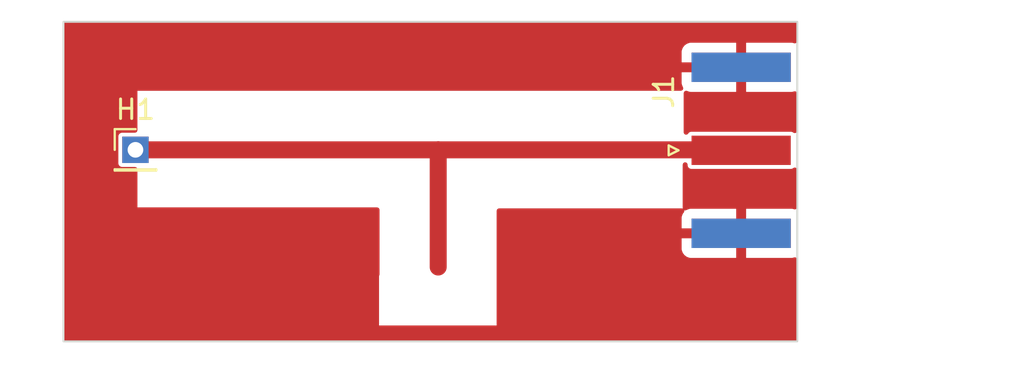
<source format=kicad_pcb>
(kicad_pcb (version 20211014) (generator pcbnew)
  (layers (0 "F.Cu" signal) (31 "B.Cu" signal) (34 "B.Paste" user) (35 "F.Paste" user) (36 "B.SilkS" user "B.Silkscreen") (37 "F.SilkS" user "F.Silkscreen") (38 "B.Mask" user) (39 "F.Mask" user) (44 "Edge.Cuts" user))
  (net 0 "")
  (net 1 "Net-(H1-Pad1)")
  (net 2 "GND")
  (footprint "Connector_PinHeader_2.00mm:PinHeader_1x01_P2.00mm_Vertical" (layer "F.Cu") (at 130.048 88.7476)
    (fp_text reference "H1" (at 0 -2.06) (layer "F.SilkS"))
    (fp_text value "MountingHole_Pad")
    (fp_line (start -1.06 0) (end -1.06 -1.06) (layer "F.SilkS") (width 0.12))
    (fp_line (start 1.06 1) (end 1.06 1.06) (layer "F.SilkS") (width 0.12))
    (fp_line (start -1.06 -1.06) (end 0 -1.06) (layer "F.SilkS") (width 0.12))
    (fp_line (start -1.06 1) (end -1.06 1.06) (layer "F.SilkS") (width 0.12))
    (fp_line (start -1.06 1.06) (end 1.06 1.06) (layer "F.SilkS") (width 0.12))
    (fp_line (start -1.06 1) (end 1.06 1) (layer "F.SilkS") (width 0.12))
    (pad "1" thru_hole rect (at 0 0) (size 1.35 1.35) (drill 0.8) (layers *.Cu *.Mask) (net 1 "Net-(H1-Pad1)"))
  )
  (footprint "Connector_Coaxial:SMA_Amphenol_132289_EdgeMount" (layer "F.Cu") (at 161.0583 88.773)
    (fp_text reference "J1" (at -3.96 -3 90) (layer "F.SilkS"))
    (fp_text value "Conn_Coaxial")
    (fp_line (start -3.71 0.25) (end -3.21 0) (layer "F.SilkS") (width 0.12))
    (fp_line (start -3.71 -0.25) (end -3.71 0.25) (layer "F.SilkS") (width 0.12))
    (fp_line (start -3.21 0) (end -3.71 -0.25) (layer "F.SilkS") (width 0.12))
    (pad "1" smd rect (at 0 0 90) (size 1.5 5.08) (layers "F.Cu" "F.Paste" "F.Mask") (net 1 "Net-(H1-Pad1)"))
    (pad "2" smd rect (at 0 -4.25 90) (size 1.5 5.08) (layers "B.Cu" "B.Paste" "B.Mask") (net 2 "GND"))
    (pad "2" smd rect (at 0 4.25 90) (size 1.5 5.08) (layers "B.Cu" "B.Paste" "B.Mask") (net 2 "GND"))
    (pad "2" smd rect (at 0 -4.25 90) (size 1.5 5.08) (layers "F.Cu" "F.Paste" "F.Mask") (net 2 "GND"))
    (pad "2" smd rect (at 0 4.25 90) (size 1.5 5.08) (layers "F.Cu" "F.Paste" "F.Mask") (net 2 "GND"))
  )
  (gr_rect (start 163.9316 82.1944) (end 126.365 98.552) (layer "Edge.Cuts") (width 0.1) (fill none))
  (segment (start 130.048 88.7476) (end 145.548 88.7476) (width 0.87) (layer "F.Cu") (net 1))
  (segment (start 145.548 88.7476) (end 145.548 94.7476) (width 0.87) (layer "F.Cu") (net 1))
  (segment (start 145.548 88.7476) (end 158.548 88.7476) (width 0.87) (layer "F.Cu") (net 1))
  (zone (net 0) (net_name "") (layer "F.Cu") (connect_pads (clearance 0)) (min_thickness 0.254)
    (keepout (tracks not_allowed) (vias not_allowed) (pads not_allowed) (copperpour not_allowed) (footprints allowed))
    (fill (thermal_gap 0.508) (thermal_bridge_width 0.508))
    (polygon (pts (xy 158.0642 91.7448) (xy 145.9992 91.7448) (xy 145.9992 89.2048) (xy 158.0642 89.2048)))
  )
  (zone (net 0) (net_name "") (layer "F.Cu") (connect_pads (clearance 0)) (min_thickness 0.254)
    (keepout (tracks not_allowed) (vias not_allowed) (pads not_allowed) (copperpour not_allowed) (footprints allowed))
    (fill (thermal_gap 0.508) (thermal_bridge_width 0.508))
    (polygon (pts (xy 158.115 88.265) (xy 130.1496 88.265) (xy 130.1496 85.725) (xy 158.115 85.725)))
  )
  (zone (net 0) (net_name "") (layer "F.Cu") (connect_pads (clearance 0)) (min_thickness 0.254)
    (keepout (tracks not_allowed) (vias not_allowed) (pads not_allowed) (copperpour not_allowed) (footprints allowed))
    (fill (thermal_gap 0.508) (thermal_bridge_width 0.508))
    (polygon (pts (xy 148.5392 89.1794) (xy 148.5392 97.7392) (xy 145.9992 97.7392) (xy 145.9992 89.1794)))
  )
  (zone (net 0) (net_name "") (layer "F.Cu") (connect_pads (clearance 0)) (min_thickness 0.254)
    (keepout (tracks not_allowed) (vias not_allowed) (pads not_allowed) (copperpour not_allowed) (footprints allowed))
    (fill (thermal_gap 0.508) (thermal_bridge_width 0.508))
    (polygon (pts (xy 145.161 91.694) (xy 130.1496 91.694) (xy 130.1496 89.154) (xy 145.161 89.154)))
  )
  (zone (net 0) (net_name "") (layer "F.Cu") (connect_pads (clearance 0)) (min_thickness 0.254)
    (keepout (tracks not_allowed) (vias not_allowed) (pads not_allowed) (copperpour not_allowed) (footprints allowed))
    (fill (thermal_gap 0.508) (thermal_bridge_width 0.508))
    (polygon (pts (xy 142.5194 95.1992) (xy 148.4884 95.1992) (xy 148.4884 97.7392) (xy 142.5194 97.7392)))
  )
  (zone (net 0) (net_name "") (layer "F.Cu") (connect_pads (clearance 0)) (min_thickness 0.254)
    (keepout (tracks not_allowed) (vias not_allowed) (pads not_allowed) (copperpour not_allowed) (footprints allowed))
    (fill (thermal_gap 0.508) (thermal_bridge_width 0.508))
    (polygon (pts (xy 145.0848 89.1794) (xy 145.0848 97.7392) (xy 142.5448 97.7392) (xy 142.5448 89.1794)))
  )
  (zone (net 2) (net_name "GND") (layer "F.Cu") (connect_pads (clearance 0)) (min_thickness 0.254) (fill yes (thermal_gap 0.508) (thermal_bridge_width 0.508))
    (polygon (pts (xy 165.1508 100.2284) (xy 125.476 100.2284) (xy 125.476 81.0768) (xy 165.1508 81.0768)))
  )
)
</source>
